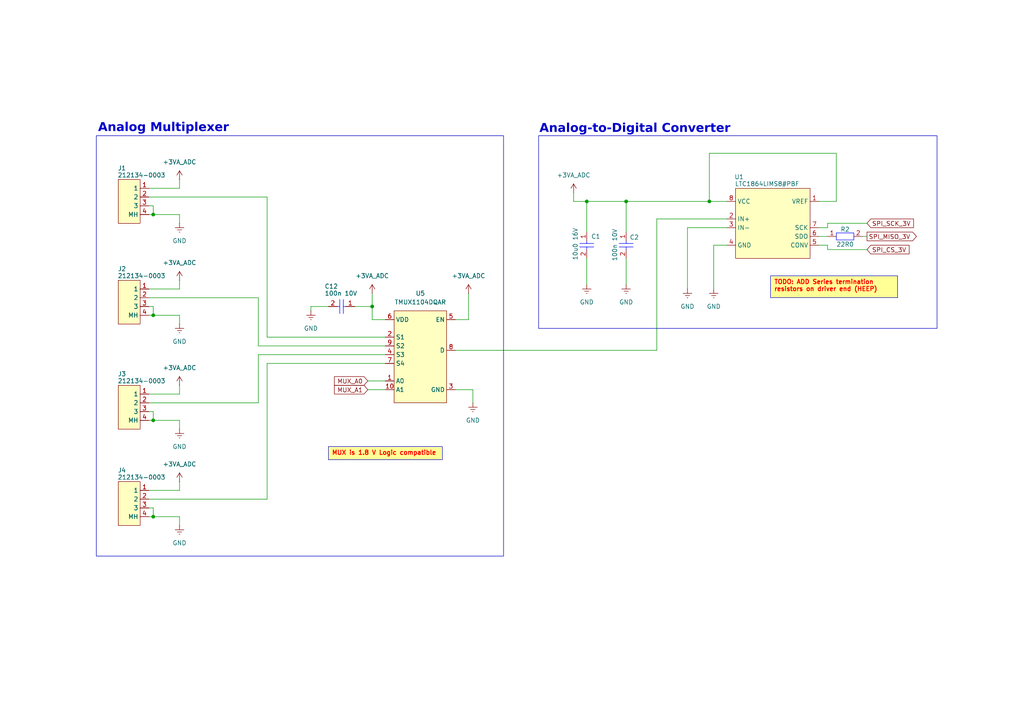
<source format=kicad_sch>
(kicad_sch (version 20231120) (generator "eeschema") (generator_version "8.0")
  (paper "A4")
  (lib_symbols
    (symbol "X-MODs_SchLib:212134-0003"
      (property "Reference" "J" (at -0.254 3.302 0))
      (property "Value" " 212134-0003 " (at -1.27 1.27 0))
      (symbol "212134-0003_1_1"
        (rectangle (start 0 0) (end 6.35 -12.7) (stroke (width 0) (color 128 0 0 1)) (fill (type background)))
        (pin passive line (at -2.54 -2.54 0) (length 2.54) (name "1") (number "1"))
        (pin passive line (at -2.54 -5.08 0) (length 2.54) (name "2") (number "2"))
        (pin passive line (at -2.54 -7.62 0) (length 2.54) (name "3") (number "3"))
        (pin passive line (at -2.54 -10.16 0) (length 2.54) (name "MH") (number "4"))
      )
    )
    (symbol "X-MODs_SchLib:CRCW040222R0FKED"
      (property "Reference" "R" (at -4.064 5.588 0))
      (property "Value" "22R0" (at -4.064 3.302 0))
      (symbol "CRCW040222R0FKED_0_1"
        (rectangle (start -2.54 1.016) (end 2.54 -1.016) (stroke (width 0) (color 0 0 255 1)))
      )
      (symbol "CRCW040222R0FKED_1_1"
        (pin passive line (at -5.08 0 0) (length 2.54) (name "") (number "1"))
        (pin passive line (at 5.08 0 180) (length 2.54) (name "") (number "2"))
      )
    )
    (symbol "X-MODs_SchLib:GRM155R60G106ME01D"
      (property "Reference" "C" (at -4.064 5.588 0))
      (property "Value" "10u0 16V" (at -4.064 3.302 0))
      (symbol "GRM155R60G106ME01D_1_1"
        (polyline (pts (xy -1.27 0) (xy -0.508 0)) (stroke (width 0) (color 0 0 255 1)))
        (polyline (pts (xy -0.508 2.032) (xy -0.508 -2.032)) (stroke (width 0) (color 0 0 255 1)))
        (polyline (pts (xy 0.508 2.032) (xy 0.508 -2.032)) (stroke (width 0) (color 0 0 255 1)))
        (polyline (pts (xy 1.27 0) (xy 0.508 0)) (stroke (width 0) (color 0 0 255 1)))
        (pin passive line (at -3.81 0 0) (length 2.54) (name "") (number "1"))
        (pin passive line (at 3.81 0 180) (length 2.54) (name "") (number "2"))
      )
    )
    (symbol "X-MODs_SchLib:GRM155R71A104JA01D"
      (property "Reference" "C" (at -4.826 5.588 0))
      (property "Value" "100n 10V" (at -4.826 3.302 0))
      (symbol "GRM155R71A104JA01D_1_1"
        (polyline (pts (xy -1.27 0) (xy -0.508 0)) (stroke (width 0) (color 0 0 255 1)))
        (polyline (pts (xy -0.508 2.032) (xy -0.508 -2.032)) (stroke (width 0) (color 0 0 255 1)))
        (polyline (pts (xy 0.508 2.032) (xy 0.508 -2.032)) (stroke (width 0) (color 0 0 255 1)))
        (polyline (pts (xy 1.27 0) (xy 0.508 0)) (stroke (width 0) (color 0 0 255 1)))
        (pin passive line (at -3.81 0 0) (length 2.54) (name "") (number "1"))
        (pin passive line (at 3.81 0 180) (length 2.54) (name "") (number "2"))
      )
    )
    (symbol "X-MODs_SchLib:LTC1864LIMS8#PBF"
      (property "Reference" "U" (at -0.254 2.794 0))
      (property "Value" "LTC1864LIMS8#PBF" (at -0.254 1.016 0))
      (symbol "LTC1864LIMS8#PBF_0_1"
        (rectangle (start 0 0) (end 21.59 -20.32) (stroke (width 0) (color 128 0 0 1)) (fill (type background)))
      )
      (symbol "LTC1864LIMS8#PBF_1_1"
        (pin passive line (at 24.13 -3.81 180) (length 2.54) (name "VREF") (number "1"))
        (pin passive line (at -2.54 -8.89 0) (length 2.54) (name "IN+") (number "2"))
        (pin passive line (at -2.54 -11.43 0) (length 2.54) (name "IN-") (number "3"))
        (pin passive line (at -2.54 -16.51 0) (length 2.54) (name "GND") (number "4"))
        (pin passive line (at 24.13 -16.51 180) (length 2.54) (name "CONV") (number "5"))
        (pin passive line (at 24.13 -13.97 180) (length 2.54) (name "SDO") (number "6"))
        (pin passive line (at 24.13 -11.43 180) (length 2.54) (name "SCK") (number "7"))
        (pin passive line (at -2.54 -3.81 0) (length 2.54) (name "VCC") (number "8"))
      )
    )
    (symbol "X-MODs_SchLib:TMUX1104DQAR"
      (property "Reference" "U" (at -0.254 2.794 0))
      (property "Value" "TMUX1104DQAR " (at -0.254 1.016 0))
      (symbol "TMUX1104DQAR_0_1"
        (rectangle (start 0 0) (end 15.24 -26.67) (stroke (width 0) (color 128 0 0 1)) (fill (type background)))
      )
      (symbol "TMUX1104DQAR_1_1"
        (pin passive line (at -2.54 -20.32 0) (length 2.54) (name "A0") (number "1"))
        (pin passive line (at -2.54 -22.86 0) (length 2.54) (name "A1") (number "10"))
        (pin passive line (at -2.54 -7.62 0) (length 2.54) (name "S1") (number "2"))
        (pin passive line (at 17.78 -22.86 180) (length 2.54) (name "GND") (number "3"))
        (pin passive line (at -2.54 -12.7 0) (length 2.54) (name "S3") (number "4"))
        (pin passive line (at 17.78 -2.54 180) (length 2.54) (name "EN") (number "5"))
        (pin passive line (at -2.54 -2.54 0) (length 2.54) (name "VDD") (number "6"))
        (pin passive line (at -2.54 -15.24 0) (length 2.54) (name "S4") (number "7"))
        (pin passive line (at 17.78 -11.43 180) (length 2.54) (name "D") (number "8"))
        (pin passive line (at -2.54 -10.16 0) (length 2.54) (name "S2") (number "9"))
      )
    )
    (symbol "power:+3.3VA" (power) (pin_numbers hide) (pin_names (offset 0) hide)
      (property "Value" "+3.3VA" (at 0 3.556 0))
      (symbol "+3.3VA_0_1"
        (polyline (pts (xy -0.762 1.27) (xy 0 2.54)))
        (polyline (pts (xy 0 0) (xy 0 2.54)))
        (polyline (pts (xy 0 2.54) (xy 0.762 1.27)))
      )
      (symbol "+3.3VA_1_1"
        (pin power_in line (at 0 0 90) (length 0) (name "~") (number "1"))
      )
    )
    (symbol "power:Earth" (power) (pin_numbers hide) (pin_names (offset 0) hide)
      (property "Value" "Earth" (at 0 -3.81 0))
      (symbol "Earth_0_1"
        (polyline (pts (xy -0.635 -1.905) (xy 0.635 -1.905)))
        (polyline (pts (xy -0.127 -2.54) (xy 0.127 -2.54)))
        (polyline (pts (xy 0 -1.27) (xy 0 0)))
        (polyline (pts (xy 1.27 -1.27) (xy -1.27 -1.27)))
      )
      (symbol "Earth_1_1"
        (pin power_in line (at 0 0 270) (length 0) (name "~") (number "1"))
      )
    )
  )
  (junction (at 205.74 58.42))
  (junction (at 44.45 149.86))
  (junction (at 44.45 91.44))
  (junction (at 107.95 88.9))
  (junction (at 44.45 121.92))
  (junction (at 170.18 58.42))
  (junction (at 181.61 58.42))
  (junction (at 44.45 62.23))
  (wire (pts (xy 52.07 62.23) (xy 52.07 64.77)))
  (wire (pts (xy 210.82 71.12) (xy 207.01 71.12)))
  (wire (pts (xy 74.93 102.87) (xy 111.76 102.87)))
  (wire (pts (xy 181.61 74.93) (xy 181.61 82.55)))
  (wire (pts (xy 43.18 59.69) (xy 44.45 59.69)))
  (wire (pts (xy 44.45 88.9) (xy 44.45 91.44)))
  (wire (pts (xy 106.68 113.03) (xy 111.76 113.03)))
  (wire (pts (xy 207.01 71.12) (xy 207.01 83.82)))
  (wire (pts (xy 190.5 63.5) (xy 210.82 63.5)))
  (wire (pts (xy 52.07 83.82) (xy 43.18 83.82)))
  (wire (pts (xy 43.18 86.36) (xy 74.93 86.36)))
  (wire (pts (xy 237.49 58.42) (xy 242.57 58.42)))
  (wire (pts (xy 43.18 149.86) (xy 44.45 149.86)))
  (wire (pts (xy 44.45 91.44) (xy 52.07 91.44)))
  (wire (pts (xy 240.03 71.12) (xy 237.49 71.12)))
  (wire (pts (xy 242.57 58.42) (xy 242.57 44.45)))
  (wire (pts (xy 90.17 88.9) (xy 95.25 88.9)))
  (wire (pts (xy 90.17 90.17) (xy 90.17 88.9)))
  (wire (pts (xy 170.18 74.93) (xy 170.18 82.55)))
  (wire (pts (xy 190.5 63.5) (xy 190.5 101.6)))
  (wire (pts (xy 135.89 92.71) (xy 135.89 85.09)))
  (wire (pts (xy 242.57 44.45) (xy 205.74 44.45)))
  (wire (pts (xy 44.45 147.32) (xy 44.45 149.86)))
  (wire (pts (xy 44.45 119.38) (xy 44.45 121.92)))
  (wire (pts (xy 52.07 139.7) (xy 52.07 142.24)))
  (wire (pts (xy 77.47 97.79) (xy 111.76 97.79)))
  (wire (pts (xy 106.68 110.49) (xy 111.76 110.49)))
  (wire (pts (xy 181.61 58.42) (xy 205.74 58.42)))
  (wire (pts (xy 240.03 64.77) (xy 251.46 64.77)))
  (wire (pts (xy 52.07 111.76) (xy 52.07 114.3)))
  (wire (pts (xy 44.45 149.86) (xy 52.07 149.86)))
  (wire (pts (xy 43.18 62.23) (xy 44.45 62.23)))
  (wire (pts (xy 170.18 58.42) (xy 170.18 67.31)))
  (wire (pts (xy 166.37 58.42) (xy 170.18 58.42)))
  (wire (pts (xy 107.95 85.09) (xy 107.95 88.9)))
  (wire (pts (xy 132.08 92.71) (xy 135.89 92.71)))
  (wire (pts (xy 44.45 59.69) (xy 44.45 62.23)))
  (wire (pts (xy 77.47 57.15) (xy 77.47 97.79)))
  (wire (pts (xy 240.03 66.04) (xy 237.49 66.04)))
  (wire (pts (xy 77.47 144.78) (xy 77.47 105.41)))
  (wire (pts (xy 74.93 116.84) (xy 74.93 102.87)))
  (wire (pts (xy 205.74 44.45) (xy 205.74 58.42)))
  (wire (pts (xy 43.18 116.84) (xy 74.93 116.84)))
  (wire (pts (xy 74.93 86.36) (xy 74.93 100.33)))
  (wire (pts (xy 52.07 114.3) (xy 43.18 114.3)))
  (wire (pts (xy 43.18 121.92) (xy 44.45 121.92)))
  (wire (pts (xy 52.07 54.61) (xy 43.18 54.61)))
  (wire (pts (xy 102.87 88.9) (xy 107.95 88.9)))
  (wire (pts (xy 199.39 66.04) (xy 210.82 66.04)))
  (wire (pts (xy 205.74 58.42) (xy 210.82 58.42)))
  (wire (pts (xy 74.93 100.33) (xy 111.76 100.33)))
  (wire (pts (xy 43.18 57.15) (xy 77.47 57.15)))
  (wire (pts (xy 77.47 105.41) (xy 111.76 105.41)))
  (wire (pts (xy 52.07 149.86) (xy 52.07 152.4)))
  (wire (pts (xy 170.18 58.42) (xy 181.61 58.42)))
  (wire (pts (xy 52.07 52.07) (xy 52.07 54.61)))
  (wire (pts (xy 52.07 121.92) (xy 52.07 124.46)))
  (wire (pts (xy 107.95 92.71) (xy 111.76 92.71)))
  (wire (pts (xy 43.18 147.32) (xy 44.45 147.32)))
  (wire (pts (xy 237.49 68.58) (xy 240.03 68.58)))
  (wire (pts (xy 132.08 113.03) (xy 137.16 113.03)))
  (wire (pts (xy 166.37 58.42) (xy 166.37 55.88)))
  (wire (pts (xy 52.07 81.28) (xy 52.07 83.82)))
  (wire (pts (xy 52.07 91.44) (xy 52.07 93.98)))
  (wire (pts (xy 181.61 67.31) (xy 181.61 58.42)))
  (wire (pts (xy 240.03 72.39) (xy 251.46 72.39)))
  (wire (pts (xy 43.18 91.44) (xy 44.45 91.44)))
  (wire (pts (xy 240.03 64.77) (xy 240.03 66.04)))
  (wire (pts (xy 52.07 142.24) (xy 43.18 142.24)))
  (wire (pts (xy 132.08 101.6) (xy 190.5 101.6)))
  (wire (pts (xy 43.18 88.9) (xy 44.45 88.9)))
  (wire (pts (xy 43.18 144.78) (xy 77.47 144.78)))
  (wire (pts (xy 107.95 88.9) (xy 107.95 92.71)))
  (wire (pts (xy 137.16 113.03) (xy 137.16 116.84)))
  (wire (pts (xy 251.46 68.58) (xy 250.19 68.58)))
  (wire (pts (xy 44.45 121.92) (xy 52.07 121.92)))
  (wire (pts (xy 44.45 62.23) (xy 52.07 62.23)))
  (wire (pts (xy 240.03 72.39) (xy 240.03 71.12)))
  (wire (pts (xy 43.18 119.38) (xy 44.45 119.38)))
  (wire (pts (xy 199.39 83.82) (xy 199.39 66.04)))
  (rectangle (start 156.21 39.37) (end 271.78 95.25))
  (rectangle (start 27.94 39.37) (end 146.05 161.29))
  (text_box "MUX is 1.8 V Logic compatible" (at 95.25 129.54 0) (size 33.02 3.81) (fill (type color) (color 255 255 150 1)) (effects (font (size 1.27 1.27) (thickness 0.254) (bold yes)) (justify left top)))
  (text_box "TODO: ADD Series termination resistors on driver end (HEEP)" (at 223.52 80.01 0) (size 36.83 6.35) (fill (type color) (color 255 255 150 1)) (effects (font (size 1.27 1.27) (thickness 0.254) (bold yes)) (justify left top)))
  (text "Analog-to-Digital Converter" (at 156.464 38.1 0) (effects (font (size 2.54 2.54) (thickness 0.254) (bold yes) (italic yes)) (justify left)))
  (text "Analog Multiplexer" (at 28.448 37.846 0) (effects (font (size 2.54 2.54) (thickness 0.254) (bold yes) (italic yes)) (justify left)))
  (global_label "MUX_A1" (shape input) (at 106.68 113.03 180) (property "Intersheetrefs" "${INTERSHEET_REFS}" (effects (hide yes))))
  (global_label "SPI_CS_3V" (shape input) (at 251.46 72.39 0) (property "Intersheetrefs" "${INTERSHEET_REFS}" (effects (hide yes))))
  (global_label "SPI_SCK_3V" (shape input) (at 251.46 64.77 0) (property "Intersheetrefs" "${INTERSHEET_REFS}" (effects (hide yes))))
  (global_label "SPI_MISO_3V" (shape output) (at 251.46 68.58 0) (property "Intersheetrefs" "${INTERSHEET_REFS}" (effects (hide yes))))
  (global_label "MUX_A0" (shape input) (at 106.68 110.49 180) (property "Intersheetrefs" "${INTERSHEET_REFS}" (effects (hide yes))))
  (symbol (lib_id "power:Earth") (at 170.18 82.55 0) (unit 1)
    (property "Reference" "#PWR02" (effects (hide yes)))
    (property "Value" "GND" (at 170.18 87.63 0))
    (property "Description" "Power symbol creates a global label with name \"Earth\"" (effects (hide yes)))
  )
  (symbol (lib_id "X-MODs_SchLib:TMUX1104DQAR") (at 114.3 90.17 0) (unit 1)
    (property "Reference" "U5" (at 121.92 85.09 0))
    (property "Value" "TMUX1104DQAR" (at 121.92 87.63 0))
    (property "Footprint" "X-MODs_PcbLib:USON-10_1x2.5mm" (effects (hide yes)))
    (property "Datasheet" "https://www.mouser.es/datasheet/2/609/MAX5417_MAX5419-3470280.pdf" (effects (hide yes)))
    (property "Description" "Multiplexer Switch ICs 3-pA on-state leakage current, 5-V, 4:1, 1-channel precision multiplexer 10-USON -40 to 125" (effects (hide yes)))
    (property "MPN" "TMUX1104DQAR " (effects (hide yes)))
  )
  (symbol (lib_id "power:Earth") (at 90.17 90.17 0) (unit 1)
    (property "Reference" "#PWR030" (effects (hide yes)))
    (property "Value" "GND" (at 90.17 95.25 0))
    (property "Description" "Power symbol creates a global label with name \"Earth\"" (effects (hide yes)))
  )
  (symbol (lib_id "X-MODs_SchLib:CRCW040222R0FKED") (at 245.11 68.58 0) (unit 1)
    (property "Reference" "R2" (at 245.11 66.548 0))
    (property "Value" "22R0" (at 245.11 70.866 0))
    (property "Footprint" "X-MODs_PcbLib:R0402" (effects (hide yes)))
    (property "Datasheet" "https://www.vishay.com/docs/20035/dcrcwe3.pdf" (effects (hide yes)))
    (property "Description" "Thick Film Resistors 1/16watt 22ohms 1%" (effects (hide yes)))
  )
  (symbol (lib_id "power:Earth") (at 181.61 82.55 0) (unit 1)
    (property "Reference" "#PWR03" (effects (hide yes)))
    (property "Value" "GND" (at 181.61 87.63 0))
    (property "Description" "Power symbol creates a global label with name \"Earth\"" (effects (hide yes)))
  )
  (symbol (lib_id "X-MODs_SchLib:GRM155R60G106ME01D") (at 170.18 71.12 270) (unit 1)
    (property "Reference" "C1" (at 171.45 68.58 90) (effects (justify left)))
    (property "Value" "10u0 16V" (at 166.878 66.04 0) (effects (justify left)))
    (property "Footprint" "X-MODs_PcbLib:C0402" (effects (hide yes)))
    (property "Datasheet" "https://www.mouser.es/datasheet/2/281/1/GRM155R60G106ME01_01A-1983785.pdf" (effects (hide yes)))
    (property "Description" "Multilayer Ceramic Capacitors MLCC - SMD/SMT 10 uF 4 VDC 20% 0402 X5R" (effects (hide yes)))
  )
  (symbol (lib_id "X-MODs_SchLib:GRM155R71A104JA01D") (at 181.61 71.12 270) (unit 1)
    (property "Reference" "C2" (at 182.626 68.834 90) (effects (justify left)))
    (property "Value" "100n 10V" (at 178.308 66.294 0) (effects (justify left)))
    (property "Footprint" "X-MODs_PcbLib:C0402" (effects (hide yes)))
    (property "Datasheet" "https://www.mouser.es/datasheet/2/281/1/GRM155R71A104JA01_01A-1984196.pdf" (effects (hide yes)))
    (property "Description" "Multilayer Ceramic Capacitors MLCC - SMD/SMT 0.1 uF 10 VDC 5% 0402 X7R" (effects (hide yes)))
  )
  (symbol (lib_id "power:Earth") (at 137.16 116.84 0) (unit 1)
    (property "Reference" "#PWR032" (effects (hide yes)))
    (property "Value" "GND" (at 137.16 121.92 0))
    (property "Description" "Power symbol creates a global label with name \"Earth\"" (effects (hide yes)))
  )
  (symbol (lib_id "power:+3.3VA") (at 52.07 81.28 0) (unit 1)
    (property "Reference" "#PWR036" (effects (hide yes)))
    (property "Value" "+3VA_ADC" (at 52.07 76.2 0))
    (property "Description" "Power symbol creates a global label with name \"+3.3VA\"" (effects (hide yes)))
  )
  (symbol (lib_id "X-MODs_SchLib:GRM155R71A104JA01D") (at 99.06 88.9 180) (unit 1)
    (property "Reference" "C12" (at 98.044 83.058 0) (effects (justify left)))
    (property "Value" "100n 10V" (at 103.632 85.09 0) (effects (justify left)))
    (property "Footprint" "X-MODs_PcbLib:C0402" (effects (hide yes)))
    (property "Datasheet" "https://www.mouser.es/datasheet/2/281/1/GRM155R71A104JA01_01A-1984196.pdf" (effects (hide yes)))
    (property "Description" "Multilayer Ceramic Capacitors MLCC - SMD/SMT 0.1 uF 10 VDC 5% 0402 X7R" (effects (hide yes)))
  )
  (symbol (lib_id "power:Earth") (at 52.07 93.98 0) (unit 1)
    (property "Reference" "#PWR037" (effects (hide yes)))
    (property "Value" "GND" (at 52.07 99.06 0))
    (property "Description" "Power symbol creates a global label with name \"Earth\"" (effects (hide yes)))
  )
  (symbol (lib_id "X-MODs_SchLib:212134-0003") (at 40.64 139.7 0) (mirror y) (unit 1)
    (property "Reference" "J4" (at 36.576 136.3979 0) (effects (justify left)))
    (property "Value" "212134-0003" (at 48.006 138.4299 0) (effects (justify left)))
    (property "Footprint" "X-MODs_PcbLib:2121340003" (effects (hide yes)))
    (property "Datasheet" "https://www.molex.com/en-us/products/part-detail/2121340003?display=pdf" (effects (hide yes)))
    (property "Description" "Headers & Wire Housings Pico-EZMate Plus1.0 PlugAssy ETP LH 3Ckt" (effects (hide yes)))
    (property "MPN" " 212134-0003 " (effects (hide yes)))
  )
  (symbol (lib_id "power:+3.3VA") (at 52.07 139.7 0) (unit 1)
    (property "Reference" "#PWR040" (effects (hide yes)))
    (property "Value" "+3VA_ADC" (at 52.07 134.62 0))
    (property "Description" "Power symbol creates a global label with name \"+3.3VA\"" (effects (hide yes)))
  )
  (symbol (lib_id "power:+3.3VA") (at 135.89 85.09 0) (unit 1)
    (property "Reference" "#PWR033" (effects (hide yes)))
    (property "Value" "+3VA_ADC" (at 135.89 80.01 0))
    (property "Description" "Power symbol creates a global label with name \"+3.3VA\"" (effects (hide yes)))
  )
  (symbol (lib_id "X-MODs_SchLib:212134-0003") (at 40.64 81.28 0) (mirror y) (unit 1)
    (property "Reference" "J2" (at 36.576 77.9779 0) (effects (justify left)))
    (property "Value" "212134-0003" (at 48.006 80.0099 0) (effects (justify left)))
    (property "Footprint" "X-MODs_PcbLib:2121340003" (effects (hide yes)))
    (property "Datasheet" "https://www.molex.com/en-us/products/part-detail/2121340003?display=pdf" (effects (hide yes)))
    (property "Description" "Headers & Wire Housings Pico-EZMate Plus1.0 PlugAssy ETP LH 3Ckt" (effects (hide yes)))
    (property "MPN" " 212134-0003 " (effects (hide yes)))
  )
  (symbol (lib_id "X-MODs_SchLib:LTC1864LIMS8#PBF") (at 213.36 54.61 0) (unit 1)
    (property "Reference" "U1" (at 214.376 51.308 0))
    (property "Value" "LTC1864LIMS8#PBF" (at 222.504 53.34 0))
    (property "Footprint" "X-MODs_PcbLib:MSOP-8" (effects (hide yes)))
    (property "Datasheet" "https://www.analog.com/media/en/technical-documentation/data-sheets/18645lfs.pdf" (effects (hide yes)))
    (property "Description" "Analog to Digital Converters - ADC Power, 3V, 16-Bit, 150ksps 1- and 2-Channel ADCs in MSOP" (effects (hide yes)))
  )
  (symbol (lib_id "power:+3.3VA") (at 166.37 55.88 0) (unit 1)
    (property "Reference" "#PWR01" (effects (hide yes)))
    (property "Value" "+3VA_ADC" (at 166.37 50.8 0))
    (property "Description" "Power symbol creates a global label with name \"+3.3VA\"" (effects (hide yes)))
  )
  (symbol (lib_id "power:Earth") (at 52.07 64.77 0) (unit 1)
    (property "Reference" "#PWR034" (effects (hide yes)))
    (property "Value" "GND" (at 52.07 69.85 0))
    (property "Description" "Power symbol creates a global label with name \"Earth\"" (effects (hide yes)))
  )
  (symbol (lib_id "power:Earth") (at 207.01 83.82 0) (unit 1)
    (property "Reference" "#PWR05" (effects (hide yes)))
    (property "Value" "GND" (at 207.01 88.9 0))
    (property "Description" "Power symbol creates a global label with name \"Earth\"" (effects (hide yes)))
  )
  (symbol (lib_id "power:+3.3VA") (at 52.07 52.07 0) (unit 1)
    (property "Reference" "#PWR035" (effects (hide yes)))
    (property "Value" "+3VA_ADC" (at 52.07 46.99 0))
    (property "Description" "Power symbol creates a global label with name \"+3.3VA\"" (effects (hide yes)))
  )
  (symbol (lib_id "power:Earth") (at 199.39 83.82 0) (unit 1)
    (property "Reference" "#PWR04" (effects (hide yes)))
    (property "Value" "GND" (at 199.39 88.9 0))
    (property "Description" "Power symbol creates a global label with name \"Earth\"" (effects (hide yes)))
  )
  (symbol (lib_id "power:Earth") (at 52.07 152.4 0) (unit 1)
    (property "Reference" "#PWR041" (effects (hide yes)))
    (property "Value" "GND" (at 52.07 157.48 0))
    (property "Description" "Power symbol creates a global label with name \"Earth\"" (effects (hide yes)))
  )
  (symbol (lib_id "power:Earth") (at 52.07 124.46 0) (unit 1)
    (property "Reference" "#PWR039" (effects (hide yes)))
    (property "Value" "GND" (at 52.07 129.54 0))
    (property "Description" "Power symbol creates a global label with name \"Earth\"" (effects (hide yes)))
  )
  (symbol (lib_id "X-MODs_SchLib:212134-0003") (at 40.64 111.76 0) (mirror y) (unit 1)
    (property "Reference" "J3" (at 36.576 108.4579 0) (effects (justify left)))
    (property "Value" "212134-0003" (at 48.006 110.4899 0) (effects (justify left)))
    (property "Footprint" "X-MODs_PcbLib:2121340003" (effects (hide yes)))
    (property "Datasheet" "https://www.molex.com/en-us/products/part-detail/2121340003?display=pdf" (effects (hide yes)))
    (property "Description" "Headers & Wire Housings Pico-EZMate Plus1.0 PlugAssy ETP LH 3Ckt" (effects (hide yes)))
    (property "MPN" " 212134-0003 " (effects (hide yes)))
  )
  (symbol (lib_id "power:+3.3VA") (at 107.95 85.09 0) (unit 1)
    (property "Reference" "#PWR031" (effects (hide yes)))
    (property "Value" "+3VA_ADC" (at 107.95 80.01 0))
    (property "Description" "Power symbol creates a global label with name \"+3.3VA\"" (effects (hide yes)))
  )
  (symbol (lib_id "power:+3.3VA") (at 52.07 111.76 0) (unit 1)
    (property "Reference" "#PWR038" (effects (hide yes)))
    (property "Value" "+3VA_ADC" (at 52.07 106.68 0))
    (property "Description" "Power symbol creates a global label with name \"+3.3VA\"" (effects (hide yes)))
  )
  (symbol (lib_id "X-MODs_SchLib:212134-0003") (at 40.64 52.07 0) (mirror y) (unit 1)
    (property "Reference" "J1" (at 36.576 48.7679 0) (effects (justify left)))
    (property "Value" "212134-0003" (at 48.006 50.7999 0) (effects (justify left)))
    (property "Footprint" "X-MODs_PcbLib:2121340003" (effects (hide yes)))
    (property "Datasheet" "https://www.molex.com/en-us/products/part-detail/2121340003?display=pdf" (effects (hide yes)))
    (property "Description" "Headers & Wire Housings Pico-EZMate Plus1.0 PlugAssy ETP LH 3Ckt" (effects (hide yes)))
    (property "MPN" " 212134-0003 " (effects (hide yes)))
  )
)
</source>
